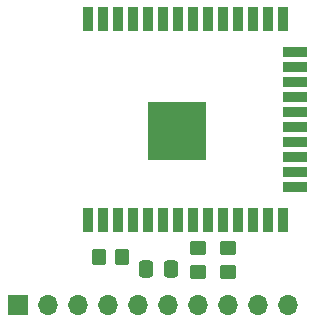
<source format=gts>
G04 #@! TF.GenerationSoftware,KiCad,Pcbnew,6.0.2+dfsg-1*
G04 #@! TF.CreationDate,2023-09-07T15:13:02+02:00*
G04 #@! TF.ProjectId,flipper_esp32,666c6970-7065-4725-9f65-737033322e6b,rev?*
G04 #@! TF.SameCoordinates,Original*
G04 #@! TF.FileFunction,Soldermask,Top*
G04 #@! TF.FilePolarity,Negative*
%FSLAX46Y46*%
G04 Gerber Fmt 4.6, Leading zero omitted, Abs format (unit mm)*
G04 Created by KiCad (PCBNEW 6.0.2+dfsg-1) date 2023-09-07 15:13:02*
%MOMM*%
%LPD*%
G01*
G04 APERTURE LIST*
G04 Aperture macros list*
%AMRoundRect*
0 Rectangle with rounded corners*
0 $1 Rounding radius*
0 $2 $3 $4 $5 $6 $7 $8 $9 X,Y pos of 4 corners*
0 Add a 4 corners polygon primitive as box body*
4,1,4,$2,$3,$4,$5,$6,$7,$8,$9,$2,$3,0*
0 Add four circle primitives for the rounded corners*
1,1,$1+$1,$2,$3*
1,1,$1+$1,$4,$5*
1,1,$1+$1,$6,$7*
1,1,$1+$1,$8,$9*
0 Add four rect primitives between the rounded corners*
20,1,$1+$1,$2,$3,$4,$5,0*
20,1,$1+$1,$4,$5,$6,$7,0*
20,1,$1+$1,$6,$7,$8,$9,0*
20,1,$1+$1,$8,$9,$2,$3,0*%
G04 Aperture macros list end*
%ADD10RoundRect,0.250000X-0.337500X-0.475000X0.337500X-0.475000X0.337500X0.475000X-0.337500X0.475000X0*%
%ADD11RoundRect,0.250000X-0.450000X0.350000X-0.450000X-0.350000X0.450000X-0.350000X0.450000X0.350000X0*%
%ADD12RoundRect,0.250000X0.450000X-0.350000X0.450000X0.350000X-0.450000X0.350000X-0.450000X-0.350000X0*%
%ADD13RoundRect,0.250000X0.350000X0.450000X-0.350000X0.450000X-0.350000X-0.450000X0.350000X-0.450000X0*%
%ADD14R,1.700000X1.700000*%
%ADD15O,1.700000X1.700000*%
%ADD16R,0.900000X2.000000*%
%ADD17R,2.000000X0.900000*%
%ADD18R,5.000000X5.000000*%
G04 APERTURE END LIST*
D10*
X137138500Y-125222000D03*
X139213500Y-125222000D03*
D11*
X141478000Y-123460000D03*
X141478000Y-125460000D03*
D12*
X144018000Y-125460000D03*
X144018000Y-123460000D03*
D13*
X133112000Y-124206000D03*
X135112000Y-124206000D03*
D14*
X126238000Y-128270000D03*
D15*
X128778000Y-128270000D03*
X131318000Y-128270000D03*
X133858000Y-128270000D03*
X136398000Y-128270000D03*
X138938000Y-128270000D03*
X141478000Y-128270000D03*
X144018000Y-128270000D03*
X146558000Y-128270000D03*
X149098000Y-128270000D03*
D16*
X132200000Y-121022000D03*
X133470000Y-121022000D03*
X134740000Y-121022000D03*
X136010000Y-121022000D03*
X137280000Y-121022000D03*
X138550000Y-121022000D03*
X139820000Y-121022000D03*
X141090000Y-121022000D03*
X142360000Y-121022000D03*
X143630000Y-121022000D03*
X144900000Y-121022000D03*
X146170000Y-121022000D03*
X147440000Y-121022000D03*
X148710000Y-121022000D03*
D17*
X149710000Y-118237000D03*
X149710000Y-116967000D03*
X149710000Y-115697000D03*
X149710000Y-114427000D03*
X149710000Y-113157000D03*
X149710000Y-111887000D03*
X149710000Y-110617000D03*
X149710000Y-109347000D03*
X149710000Y-108077000D03*
X149710000Y-106807000D03*
D16*
X148710000Y-104022000D03*
X147440000Y-104022000D03*
X146170000Y-104022000D03*
X144900000Y-104022000D03*
X143630000Y-104022000D03*
X142360000Y-104022000D03*
X141090000Y-104022000D03*
X139820000Y-104022000D03*
X138550000Y-104022000D03*
X137280000Y-104022000D03*
X136010000Y-104022000D03*
X134740000Y-104022000D03*
X133470000Y-104022000D03*
X132200000Y-104022000D03*
D18*
X139700000Y-113522000D03*
M02*

</source>
